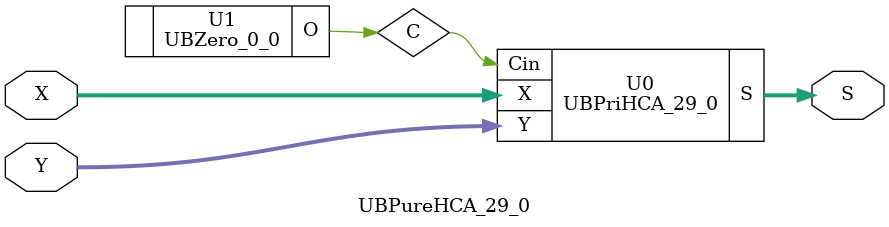
<source format=v>
/*----------------------------------------------------------------------------
  Copyright (c) 2021 Homma laboratory. All rights reserved.

  Top module: UBHCA_29_0_29_0

  Operand-1 length: 30
  Operand-2 length: 30
  Two-operand addition algorithm: Han-Carlson adder
----------------------------------------------------------------------------*/

module GPGenerator(Go, Po, A, B);
  output Go;
  output Po;
  input A;
  input B;
  assign Go = A & B;
  assign Po = A ^ B;
endmodule

module CarryOperator(Go, Po, Gi1, Pi1, Gi2, Pi2);
  output Go;
  output Po;
  input Gi1;
  input Gi2;
  input Pi1;
  input Pi2;
  assign Go = Gi1 | ( Gi2 & Pi1 );
  assign Po = Pi1 & Pi2;
endmodule

module UBPriHCA_29_0(S, X, Y, Cin);
  output [30:0] S;
  input Cin;
  input [29:0] X;
  input [29:0] Y;
  wire [29:0] G0;
  wire [29:0] G1;
  wire [29:0] G2;
  wire [29:0] G3;
  wire [29:0] G4;
  wire [29:0] G5;
  wire [29:0] G6;
  wire [29:0] P0;
  wire [29:0] P1;
  wire [29:0] P2;
  wire [29:0] P3;
  wire [29:0] P4;
  wire [29:0] P5;
  wire [29:0] P6;
  assign P1[0] = P0[0];
  assign G1[0] = G0[0];
  assign P1[2] = P0[2];
  assign G1[2] = G0[2];
  assign P1[4] = P0[4];
  assign G1[4] = G0[4];
  assign P1[6] = P0[6];
  assign G1[6] = G0[6];
  assign P1[8] = P0[8];
  assign G1[8] = G0[8];
  assign P1[10] = P0[10];
  assign G1[10] = G0[10];
  assign P1[12] = P0[12];
  assign G1[12] = G0[12];
  assign P1[14] = P0[14];
  assign G1[14] = G0[14];
  assign P1[16] = P0[16];
  assign G1[16] = G0[16];
  assign P1[18] = P0[18];
  assign G1[18] = G0[18];
  assign P1[20] = P0[20];
  assign G1[20] = G0[20];
  assign P1[22] = P0[22];
  assign G1[22] = G0[22];
  assign P1[24] = P0[24];
  assign G1[24] = G0[24];
  assign P1[26] = P0[26];
  assign G1[26] = G0[26];
  assign P1[28] = P0[28];
  assign G1[28] = G0[28];
  assign P2[0] = P1[0];
  assign G2[0] = G1[0];
  assign P2[1] = P1[1];
  assign G2[1] = G1[1];
  assign P2[2] = P1[2];
  assign G2[2] = G1[2];
  assign P2[4] = P1[4];
  assign G2[4] = G1[4];
  assign P2[6] = P1[6];
  assign G2[6] = G1[6];
  assign P2[8] = P1[8];
  assign G2[8] = G1[8];
  assign P2[10] = P1[10];
  assign G2[10] = G1[10];
  assign P2[12] = P1[12];
  assign G2[12] = G1[12];
  assign P2[14] = P1[14];
  assign G2[14] = G1[14];
  assign P2[16] = P1[16];
  assign G2[16] = G1[16];
  assign P2[18] = P1[18];
  assign G2[18] = G1[18];
  assign P2[20] = P1[20];
  assign G2[20] = G1[20];
  assign P2[22] = P1[22];
  assign G2[22] = G1[22];
  assign P2[24] = P1[24];
  assign G2[24] = G1[24];
  assign P2[26] = P1[26];
  assign G2[26] = G1[26];
  assign P2[28] = P1[28];
  assign G2[28] = G1[28];
  assign P3[0] = P2[0];
  assign G3[0] = G2[0];
  assign P3[1] = P2[1];
  assign G3[1] = G2[1];
  assign P3[2] = P2[2];
  assign G3[2] = G2[2];
  assign P3[3] = P2[3];
  assign G3[3] = G2[3];
  assign P3[4] = P2[4];
  assign G3[4] = G2[4];
  assign P3[6] = P2[6];
  assign G3[6] = G2[6];
  assign P3[8] = P2[8];
  assign G3[8] = G2[8];
  assign P3[10] = P2[10];
  assign G3[10] = G2[10];
  assign P3[12] = P2[12];
  assign G3[12] = G2[12];
  assign P3[14] = P2[14];
  assign G3[14] = G2[14];
  assign P3[16] = P2[16];
  assign G3[16] = G2[16];
  assign P3[18] = P2[18];
  assign G3[18] = G2[18];
  assign P3[20] = P2[20];
  assign G3[20] = G2[20];
  assign P3[22] = P2[22];
  assign G3[22] = G2[22];
  assign P3[24] = P2[24];
  assign G3[24] = G2[24];
  assign P3[26] = P2[26];
  assign G3[26] = G2[26];
  assign P3[28] = P2[28];
  assign G3[28] = G2[28];
  assign P4[0] = P3[0];
  assign G4[0] = G3[0];
  assign P4[1] = P3[1];
  assign G4[1] = G3[1];
  assign P4[2] = P3[2];
  assign G4[2] = G3[2];
  assign P4[3] = P3[3];
  assign G4[3] = G3[3];
  assign P4[4] = P3[4];
  assign G4[4] = G3[4];
  assign P4[5] = P3[5];
  assign G4[5] = G3[5];
  assign P4[6] = P3[6];
  assign G4[6] = G3[6];
  assign P4[7] = P3[7];
  assign G4[7] = G3[7];
  assign P4[8] = P3[8];
  assign G4[8] = G3[8];
  assign P4[10] = P3[10];
  assign G4[10] = G3[10];
  assign P4[12] = P3[12];
  assign G4[12] = G3[12];
  assign P4[14] = P3[14];
  assign G4[14] = G3[14];
  assign P4[16] = P3[16];
  assign G4[16] = G3[16];
  assign P4[18] = P3[18];
  assign G4[18] = G3[18];
  assign P4[20] = P3[20];
  assign G4[20] = G3[20];
  assign P4[22] = P3[22];
  assign G4[22] = G3[22];
  assign P4[24] = P3[24];
  assign G4[24] = G3[24];
  assign P4[26] = P3[26];
  assign G4[26] = G3[26];
  assign P4[28] = P3[28];
  assign G4[28] = G3[28];
  assign P5[0] = P4[0];
  assign G5[0] = G4[0];
  assign P5[1] = P4[1];
  assign G5[1] = G4[1];
  assign P5[2] = P4[2];
  assign G5[2] = G4[2];
  assign P5[3] = P4[3];
  assign G5[3] = G4[3];
  assign P5[4] = P4[4];
  assign G5[4] = G4[4];
  assign P5[5] = P4[5];
  assign G5[5] = G4[5];
  assign P5[6] = P4[6];
  assign G5[6] = G4[6];
  assign P5[7] = P4[7];
  assign G5[7] = G4[7];
  assign P5[8] = P4[8];
  assign G5[8] = G4[8];
  assign P5[9] = P4[9];
  assign G5[9] = G4[9];
  assign P5[10] = P4[10];
  assign G5[10] = G4[10];
  assign P5[11] = P4[11];
  assign G5[11] = G4[11];
  assign P5[12] = P4[12];
  assign G5[12] = G4[12];
  assign P5[13] = P4[13];
  assign G5[13] = G4[13];
  assign P5[14] = P4[14];
  assign G5[14] = G4[14];
  assign P5[15] = P4[15];
  assign G5[15] = G4[15];
  assign P5[16] = P4[16];
  assign G5[16] = G4[16];
  assign P5[18] = P4[18];
  assign G5[18] = G4[18];
  assign P5[20] = P4[20];
  assign G5[20] = G4[20];
  assign P5[22] = P4[22];
  assign G5[22] = G4[22];
  assign P5[24] = P4[24];
  assign G5[24] = G4[24];
  assign P5[26] = P4[26];
  assign G5[26] = G4[26];
  assign P5[28] = P4[28];
  assign G5[28] = G4[28];
  assign P6[0] = P5[0];
  assign G6[0] = G5[0];
  assign P6[1] = P5[1];
  assign G6[1] = G5[1];
  assign P6[3] = P5[3];
  assign G6[3] = G5[3];
  assign P6[5] = P5[5];
  assign G6[5] = G5[5];
  assign P6[7] = P5[7];
  assign G6[7] = G5[7];
  assign P6[9] = P5[9];
  assign G6[9] = G5[9];
  assign P6[11] = P5[11];
  assign G6[11] = G5[11];
  assign P6[13] = P5[13];
  assign G6[13] = G5[13];
  assign P6[15] = P5[15];
  assign G6[15] = G5[15];
  assign P6[17] = P5[17];
  assign G6[17] = G5[17];
  assign P6[19] = P5[19];
  assign G6[19] = G5[19];
  assign P6[21] = P5[21];
  assign G6[21] = G5[21];
  assign P6[23] = P5[23];
  assign G6[23] = G5[23];
  assign P6[25] = P5[25];
  assign G6[25] = G5[25];
  assign P6[27] = P5[27];
  assign G6[27] = G5[27];
  assign P6[29] = P5[29];
  assign G6[29] = G5[29];
  assign S[0] = Cin ^ P0[0];
  assign S[1] = ( G6[0] | ( P6[0] & Cin ) ) ^ P0[1];
  assign S[2] = ( G6[1] | ( P6[1] & Cin ) ) ^ P0[2];
  assign S[3] = ( G6[2] | ( P6[2] & Cin ) ) ^ P0[3];
  assign S[4] = ( G6[3] | ( P6[3] & Cin ) ) ^ P0[4];
  assign S[5] = ( G6[4] | ( P6[4] & Cin ) ) ^ P0[5];
  assign S[6] = ( G6[5] | ( P6[5] & Cin ) ) ^ P0[6];
  assign S[7] = ( G6[6] | ( P6[6] & Cin ) ) ^ P0[7];
  assign S[8] = ( G6[7] | ( P6[7] & Cin ) ) ^ P0[8];
  assign S[9] = ( G6[8] | ( P6[8] & Cin ) ) ^ P0[9];
  assign S[10] = ( G6[9] | ( P6[9] & Cin ) ) ^ P0[10];
  assign S[11] = ( G6[10] | ( P6[10] & Cin ) ) ^ P0[11];
  assign S[12] = ( G6[11] | ( P6[11] & Cin ) ) ^ P0[12];
  assign S[13] = ( G6[12] | ( P6[12] & Cin ) ) ^ P0[13];
  assign S[14] = ( G6[13] | ( P6[13] & Cin ) ) ^ P0[14];
  assign S[15] = ( G6[14] | ( P6[14] & Cin ) ) ^ P0[15];
  assign S[16] = ( G6[15] | ( P6[15] & Cin ) ) ^ P0[16];
  assign S[17] = ( G6[16] | ( P6[16] & Cin ) ) ^ P0[17];
  assign S[18] = ( G6[17] | ( P6[17] & Cin ) ) ^ P0[18];
  assign S[19] = ( G6[18] | ( P6[18] & Cin ) ) ^ P0[19];
  assign S[20] = ( G6[19] | ( P6[19] & Cin ) ) ^ P0[20];
  assign S[21] = ( G6[20] | ( P6[20] & Cin ) ) ^ P0[21];
  assign S[22] = ( G6[21] | ( P6[21] & Cin ) ) ^ P0[22];
  assign S[23] = ( G6[22] | ( P6[22] & Cin ) ) ^ P0[23];
  assign S[24] = ( G6[23] | ( P6[23] & Cin ) ) ^ P0[24];
  assign S[25] = ( G6[24] | ( P6[24] & Cin ) ) ^ P0[25];
  assign S[26] = ( G6[25] | ( P6[25] & Cin ) ) ^ P0[26];
  assign S[27] = ( G6[26] | ( P6[26] & Cin ) ) ^ P0[27];
  assign S[28] = ( G6[27] | ( P6[27] & Cin ) ) ^ P0[28];
  assign S[29] = ( G6[28] | ( P6[28] & Cin ) ) ^ P0[29];
  assign S[30] = G6[29] | ( P6[29] & Cin );
  GPGenerator U0 (G0[0], P0[0], X[0], Y[0]);
  GPGenerator U1 (G0[1], P0[1], X[1], Y[1]);
  GPGenerator U2 (G0[2], P0[2], X[2], Y[2]);
  GPGenerator U3 (G0[3], P0[3], X[3], Y[3]);
  GPGenerator U4 (G0[4], P0[4], X[4], Y[4]);
  GPGenerator U5 (G0[5], P0[5], X[5], Y[5]);
  GPGenerator U6 (G0[6], P0[6], X[6], Y[6]);
  GPGenerator U7 (G0[7], P0[7], X[7], Y[7]);
  GPGenerator U8 (G0[8], P0[8], X[8], Y[8]);
  GPGenerator U9 (G0[9], P0[9], X[9], Y[9]);
  GPGenerator U10 (G0[10], P0[10], X[10], Y[10]);
  GPGenerator U11 (G0[11], P0[11], X[11], Y[11]);
  GPGenerator U12 (G0[12], P0[12], X[12], Y[12]);
  GPGenerator U13 (G0[13], P0[13], X[13], Y[13]);
  GPGenerator U14 (G0[14], P0[14], X[14], Y[14]);
  GPGenerator U15 (G0[15], P0[15], X[15], Y[15]);
  GPGenerator U16 (G0[16], P0[16], X[16], Y[16]);
  GPGenerator U17 (G0[17], P0[17], X[17], Y[17]);
  GPGenerator U18 (G0[18], P0[18], X[18], Y[18]);
  GPGenerator U19 (G0[19], P0[19], X[19], Y[19]);
  GPGenerator U20 (G0[20], P0[20], X[20], Y[20]);
  GPGenerator U21 (G0[21], P0[21], X[21], Y[21]);
  GPGenerator U22 (G0[22], P0[22], X[22], Y[22]);
  GPGenerator U23 (G0[23], P0[23], X[23], Y[23]);
  GPGenerator U24 (G0[24], P0[24], X[24], Y[24]);
  GPGenerator U25 (G0[25], P0[25], X[25], Y[25]);
  GPGenerator U26 (G0[26], P0[26], X[26], Y[26]);
  GPGenerator U27 (G0[27], P0[27], X[27], Y[27]);
  GPGenerator U28 (G0[28], P0[28], X[28], Y[28]);
  GPGenerator U29 (G0[29], P0[29], X[29], Y[29]);
  CarryOperator U30 (G1[1], P1[1], G0[1], P0[1], G0[0], P0[0]);
  CarryOperator U31 (G1[3], P1[3], G0[3], P0[3], G0[2], P0[2]);
  CarryOperator U32 (G1[5], P1[5], G0[5], P0[5], G0[4], P0[4]);
  CarryOperator U33 (G1[7], P1[7], G0[7], P0[7], G0[6], P0[6]);
  CarryOperator U34 (G1[9], P1[9], G0[9], P0[9], G0[8], P0[8]);
  CarryOperator U35 (G1[11], P1[11], G0[11], P0[11], G0[10], P0[10]);
  CarryOperator U36 (G1[13], P1[13], G0[13], P0[13], G0[12], P0[12]);
  CarryOperator U37 (G1[15], P1[15], G0[15], P0[15], G0[14], P0[14]);
  CarryOperator U38 (G1[17], P1[17], G0[17], P0[17], G0[16], P0[16]);
  CarryOperator U39 (G1[19], P1[19], G0[19], P0[19], G0[18], P0[18]);
  CarryOperator U40 (G1[21], P1[21], G0[21], P0[21], G0[20], P0[20]);
  CarryOperator U41 (G1[23], P1[23], G0[23], P0[23], G0[22], P0[22]);
  CarryOperator U42 (G1[25], P1[25], G0[25], P0[25], G0[24], P0[24]);
  CarryOperator U43 (G1[27], P1[27], G0[27], P0[27], G0[26], P0[26]);
  CarryOperator U44 (G1[29], P1[29], G0[29], P0[29], G0[28], P0[28]);
  CarryOperator U45 (G2[3], P2[3], G1[3], P1[3], G1[1], P1[1]);
  CarryOperator U46 (G2[5], P2[5], G1[5], P1[5], G1[3], P1[3]);
  CarryOperator U47 (G2[7], P2[7], G1[7], P1[7], G1[5], P1[5]);
  CarryOperator U48 (G2[9], P2[9], G1[9], P1[9], G1[7], P1[7]);
  CarryOperator U49 (G2[11], P2[11], G1[11], P1[11], G1[9], P1[9]);
  CarryOperator U50 (G2[13], P2[13], G1[13], P1[13], G1[11], P1[11]);
  CarryOperator U51 (G2[15], P2[15], G1[15], P1[15], G1[13], P1[13]);
  CarryOperator U52 (G2[17], P2[17], G1[17], P1[17], G1[15], P1[15]);
  CarryOperator U53 (G2[19], P2[19], G1[19], P1[19], G1[17], P1[17]);
  CarryOperator U54 (G2[21], P2[21], G1[21], P1[21], G1[19], P1[19]);
  CarryOperator U55 (G2[23], P2[23], G1[23], P1[23], G1[21], P1[21]);
  CarryOperator U56 (G2[25], P2[25], G1[25], P1[25], G1[23], P1[23]);
  CarryOperator U57 (G2[27], P2[27], G1[27], P1[27], G1[25], P1[25]);
  CarryOperator U58 (G2[29], P2[29], G1[29], P1[29], G1[27], P1[27]);
  CarryOperator U59 (G3[5], P3[5], G2[5], P2[5], G2[1], P2[1]);
  CarryOperator U60 (G3[7], P3[7], G2[7], P2[7], G2[3], P2[3]);
  CarryOperator U61 (G3[9], P3[9], G2[9], P2[9], G2[5], P2[5]);
  CarryOperator U62 (G3[11], P3[11], G2[11], P2[11], G2[7], P2[7]);
  CarryOperator U63 (G3[13], P3[13], G2[13], P2[13], G2[9], P2[9]);
  CarryOperator U64 (G3[15], P3[15], G2[15], P2[15], G2[11], P2[11]);
  CarryOperator U65 (G3[17], P3[17], G2[17], P2[17], G2[13], P2[13]);
  CarryOperator U66 (G3[19], P3[19], G2[19], P2[19], G2[15], P2[15]);
  CarryOperator U67 (G3[21], P3[21], G2[21], P2[21], G2[17], P2[17]);
  CarryOperator U68 (G3[23], P3[23], G2[23], P2[23], G2[19], P2[19]);
  CarryOperator U69 (G3[25], P3[25], G2[25], P2[25], G2[21], P2[21]);
  CarryOperator U70 (G3[27], P3[27], G2[27], P2[27], G2[23], P2[23]);
  CarryOperator U71 (G3[29], P3[29], G2[29], P2[29], G2[25], P2[25]);
  CarryOperator U72 (G4[9], P4[9], G3[9], P3[9], G3[1], P3[1]);
  CarryOperator U73 (G4[11], P4[11], G3[11], P3[11], G3[3], P3[3]);
  CarryOperator U74 (G4[13], P4[13], G3[13], P3[13], G3[5], P3[5]);
  CarryOperator U75 (G4[15], P4[15], G3[15], P3[15], G3[7], P3[7]);
  CarryOperator U76 (G4[17], P4[17], G3[17], P3[17], G3[9], P3[9]);
  CarryOperator U77 (G4[19], P4[19], G3[19], P3[19], G3[11], P3[11]);
  CarryOperator U78 (G4[21], P4[21], G3[21], P3[21], G3[13], P3[13]);
  CarryOperator U79 (G4[23], P4[23], G3[23], P3[23], G3[15], P3[15]);
  CarryOperator U80 (G4[25], P4[25], G3[25], P3[25], G3[17], P3[17]);
  CarryOperator U81 (G4[27], P4[27], G3[27], P3[27], G3[19], P3[19]);
  CarryOperator U82 (G4[29], P4[29], G3[29], P3[29], G3[21], P3[21]);
  CarryOperator U83 (G5[17], P5[17], G4[17], P4[17], G4[1], P4[1]);
  CarryOperator U84 (G5[19], P5[19], G4[19], P4[19], G4[3], P4[3]);
  CarryOperator U85 (G5[21], P5[21], G4[21], P4[21], G4[5], P4[5]);
  CarryOperator U86 (G5[23], P5[23], G4[23], P4[23], G4[7], P4[7]);
  CarryOperator U87 (G5[25], P5[25], G4[25], P4[25], G4[9], P4[9]);
  CarryOperator U88 (G5[27], P5[27], G4[27], P4[27], G4[11], P4[11]);
  CarryOperator U89 (G5[29], P5[29], G4[29], P4[29], G4[13], P4[13]);
  CarryOperator U90 (G6[2], P6[2], G5[2], P5[2], G5[1], P5[1]);
  CarryOperator U91 (G6[4], P6[4], G5[4], P5[4], G5[3], P5[3]);
  CarryOperator U92 (G6[6], P6[6], G5[6], P5[6], G5[5], P5[5]);
  CarryOperator U93 (G6[8], P6[8], G5[8], P5[8], G5[7], P5[7]);
  CarryOperator U94 (G6[10], P6[10], G5[10], P5[10], G5[9], P5[9]);
  CarryOperator U95 (G6[12], P6[12], G5[12], P5[12], G5[11], P5[11]);
  CarryOperator U96 (G6[14], P6[14], G5[14], P5[14], G5[13], P5[13]);
  CarryOperator U97 (G6[16], P6[16], G5[16], P5[16], G5[15], P5[15]);
  CarryOperator U98 (G6[18], P6[18], G5[18], P5[18], G5[17], P5[17]);
  CarryOperator U99 (G6[20], P6[20], G5[20], P5[20], G5[19], P5[19]);
  CarryOperator U100 (G6[22], P6[22], G5[22], P5[22], G5[21], P5[21]);
  CarryOperator U101 (G6[24], P6[24], G5[24], P5[24], G5[23], P5[23]);
  CarryOperator U102 (G6[26], P6[26], G5[26], P5[26], G5[25], P5[25]);
  CarryOperator U103 (G6[28], P6[28], G5[28], P5[28], G5[27], P5[27]);
endmodule

module UBZero_0_0(O);
  output [0:0] O;
  assign O[0] = 0;
endmodule

module UBHCA_29_0_29_0 (S, X, Y);
  output [30:0] S;
  input [29:0] X;
  input [29:0] Y;
  UBPureHCA_29_0 U0 (S[30:0], X[29:0], Y[29:0]);
endmodule

module UBPureHCA_29_0 (S, X, Y);
  output [30:0] S;
  input [29:0] X;
  input [29:0] Y;
  wire C;
  UBPriHCA_29_0 U0 (S, X, Y, C);
  UBZero_0_0 U1 (C);
endmodule


</source>
